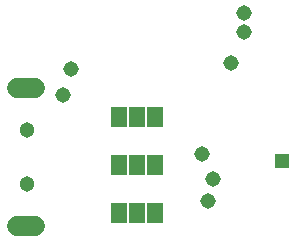
<source format=gts>
G75*
%MOIN*%
%OFA0B0*%
%FSLAX24Y24*%
%IPPOS*%
%LPD*%
%AMOC8*
5,1,8,0,0,1.08239X$1,22.5*
%
%ADD10C,0.0513*%
%ADD11C,0.0395*%
%ADD12C,0.0671*%
%ADD13R,0.0540X0.0710*%
%ADD14C,0.0516*%
%ADD15R,0.0516X0.0516*%
D10*
X007109Y005273D03*
X007109Y007045D03*
D11*
X006766Y003856D03*
X006923Y003856D03*
X007238Y003856D03*
X007396Y003856D03*
X007396Y008462D03*
X007238Y008462D03*
X006923Y008462D03*
X006766Y008462D03*
D12*
X006786Y008462D02*
X007376Y008462D01*
X007376Y003856D02*
X006786Y003856D01*
D13*
X010172Y004309D03*
X010772Y004309D03*
X011372Y004309D03*
X011372Y005906D03*
X010772Y005906D03*
X010172Y005906D03*
X010172Y007503D03*
X010772Y007503D03*
X011372Y007503D03*
D14*
X012933Y006259D03*
X013326Y005440D03*
X013153Y004684D03*
X008309Y008219D03*
X008589Y009090D03*
X013899Y009280D03*
X014339Y010320D03*
X014349Y010960D03*
D15*
X015599Y006020D03*
M02*

</source>
